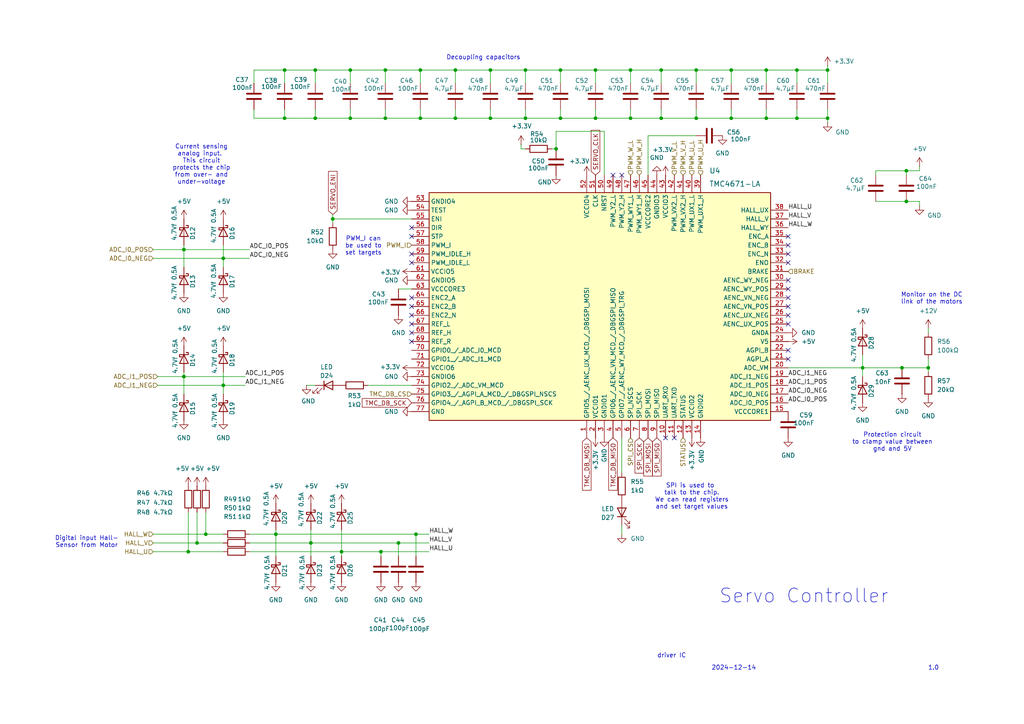
<source format=kicad_sch>
(kicad_sch (version 20231120) (generator "eeschema") (generator_version "8.0")
  (paper "A4")
  (junction (at 111.76 20.32))
  (junction (at 64.77 74.93))
  (junction (at 101.6 20.32))
  (junction (at 82.55 34.29))
  (junction (at 57.15 157.48))
  (junction (at 269.24 106.68))
  (junction (at 91.44 20.32))
  (junction (at 132.08 34.29))
  (junction (at 191.77 34.29))
  (junction (at 82.55 20.32))
  (junction (at 212.09 20.32))
  (junction (at 120.65 154.94))
  (junction (at 182.88 34.29))
  (junction (at 115.57 157.48))
  (junction (at 231.14 34.29))
  (junction (at 191.77 20.32))
  (junction (at 53.34 109.22))
  (junction (at 53.34 72.39))
  (junction (at 182.88 20.32))
  (junction (at 121.92 20.32))
  (junction (at 152.4 34.29))
  (junction (at 240.03 34.29))
  (junction (at 222.25 34.29))
  (junction (at 162.56 20.32))
  (junction (at 54.61 160.02))
  (junction (at 101.6 34.29))
  (junction (at 162.56 34.29))
  (junction (at 172.72 34.29))
  (junction (at 110.49 160.02))
  (junction (at 99.06 160.02))
  (junction (at 172.72 20.32))
  (junction (at 262.89 49.53))
  (junction (at 64.77 111.76))
  (junction (at 240.03 20.32))
  (junction (at 80.01 154.94))
  (junction (at 201.93 20.32))
  (junction (at 212.09 34.29))
  (junction (at 90.17 157.48))
  (junction (at 121.92 34.29))
  (junction (at 132.08 20.32))
  (junction (at 161.29 43.18))
  (junction (at 261.62 106.68))
  (junction (at 231.14 20.32))
  (junction (at 96.52 63.5))
  (junction (at 201.93 34.29))
  (junction (at 250.19 106.68))
  (junction (at 111.76 34.29))
  (junction (at 142.24 20.32))
  (junction (at 152.4 20.32))
  (junction (at 262.89 58.42))
  (junction (at 91.44 34.29))
  (junction (at 59.69 154.94))
  (junction (at 222.25 20.32))
  (junction (at 142.24 34.29))
  (no_connect (at 119.38 66.04))
  (no_connect (at 228.6 93.98))
  (no_connect (at 228.6 68.58))
  (no_connect (at 228.6 73.66))
  (no_connect (at 228.6 81.28))
  (no_connect (at 177.8 50.8))
  (no_connect (at 228.6 104.14))
  (no_connect (at 119.38 76.2))
  (no_connect (at 228.6 88.9))
  (no_connect (at 193.04 127))
  (no_connect (at 119.38 86.36))
  (no_connect (at 228.6 91.44))
  (no_connect (at 119.38 96.52))
  (no_connect (at 195.58 127))
  (no_connect (at 119.38 68.58))
  (no_connect (at 119.38 93.98))
  (no_connect (at 119.38 99.06))
  (no_connect (at 119.38 88.9))
  (no_connect (at 228.6 101.6))
  (no_connect (at 228.6 83.82))
  (no_connect (at 228.6 86.36))
  (no_connect (at 119.38 73.66))
  (no_connect (at 228.6 76.2))
  (no_connect (at 228.6 71.12))
  (no_connect (at 180.34 50.8))
  (no_connect (at 119.38 91.44))
  (wire (pts (xy 91.44 31.75) (xy 91.44 34.29)))
  (wire (pts (xy 101.6 20.32) (xy 101.6 24.13)))
  (wire (pts (xy 82.55 20.32) (xy 82.55 24.13)))
  (wire (pts (xy 201.93 34.29) (xy 191.77 34.29)))
  (wire (pts (xy 115.57 157.48) (xy 124.46 157.48)))
  (wire (pts (xy 120.65 154.94) (xy 120.65 161.29)))
  (wire (pts (xy 132.08 20.32) (xy 132.08 24.13)))
  (wire (pts (xy 180.34 154.94) (xy 180.34 152.4)))
  (wire (pts (xy 250.19 106.68) (xy 250.19 109.22)))
  (wire (pts (xy 53.34 109.22) (xy 71.12 109.22)))
  (wire (pts (xy 240.03 35.56) (xy 240.03 34.29)))
  (wire (pts (xy 45.72 111.76) (xy 64.77 111.76)))
  (wire (pts (xy 99.06 153.67) (xy 99.06 160.02)))
  (wire (pts (xy 180.34 127) (xy 180.34 137.16)))
  (wire (pts (xy 261.62 106.68) (xy 269.24 106.68)))
  (wire (pts (xy 182.88 20.32) (xy 182.88 24.13)))
  (wire (pts (xy 121.92 20.32) (xy 111.76 20.32)))
  (wire (pts (xy 269.24 107.95) (xy 269.24 106.68)))
  (wire (pts (xy 132.08 34.29) (xy 121.92 34.29)))
  (wire (pts (xy 99.06 160.02) (xy 110.49 160.02)))
  (wire (pts (xy 191.77 20.32) (xy 191.77 24.13)))
  (wire (pts (xy 45.72 109.22) (xy 53.34 109.22)))
  (wire (pts (xy 222.25 20.32) (xy 222.25 24.13)))
  (wire (pts (xy 54.61 160.02) (xy 64.77 160.02)))
  (wire (pts (xy 175.26 38.1) (xy 175.26 50.8)))
  (wire (pts (xy 101.6 31.75) (xy 101.6 34.29)))
  (wire (pts (xy 96.52 63.5) (xy 119.38 63.5)))
  (wire (pts (xy 121.92 31.75) (xy 121.92 34.29)))
  (wire (pts (xy 110.49 161.29) (xy 110.49 160.02)))
  (wire (pts (xy 172.72 31.75) (xy 172.72 34.29)))
  (wire (pts (xy 160.02 43.18) (xy 161.29 43.18)))
  (wire (pts (xy 266.7 48.26) (xy 266.7 49.53)))
  (wire (pts (xy 96.52 63.5) (xy 96.52 64.77)))
  (wire (pts (xy 266.7 49.53) (xy 262.89 49.53)))
  (wire (pts (xy 111.76 20.32) (xy 101.6 20.32)))
  (wire (pts (xy 152.4 34.29) (xy 142.24 34.29)))
  (wire (pts (xy 142.24 31.75) (xy 142.24 34.29)))
  (wire (pts (xy 121.92 34.29) (xy 111.76 34.29)))
  (wire (pts (xy 82.55 31.75) (xy 82.55 34.29)))
  (wire (pts (xy 111.76 34.29) (xy 101.6 34.29)))
  (wire (pts (xy 44.45 74.93) (xy 64.77 74.93)))
  (wire (pts (xy 191.77 20.32) (xy 182.88 20.32)))
  (wire (pts (xy 269.24 95.25) (xy 269.24 96.52)))
  (wire (pts (xy 44.45 157.48) (xy 57.15 157.48)))
  (wire (pts (xy 72.39 154.94) (xy 80.01 154.94)))
  (wire (pts (xy 250.19 106.68) (xy 261.62 106.68)))
  (wire (pts (xy 91.44 20.32) (xy 91.44 24.13)))
  (wire (pts (xy 191.77 34.29) (xy 182.88 34.29)))
  (wire (pts (xy 54.61 148.59) (xy 54.61 160.02)))
  (wire (pts (xy 64.77 111.76) (xy 64.77 107.95)))
  (wire (pts (xy 201.93 20.32) (xy 201.93 24.13)))
  (wire (pts (xy 222.25 20.32) (xy 212.09 20.32)))
  (wire (pts (xy 64.77 111.76) (xy 71.12 111.76)))
  (wire (pts (xy 152.4 34.29) (xy 162.56 34.29)))
  (wire (pts (xy 240.03 31.75) (xy 240.03 34.29)))
  (wire (pts (xy 101.6 20.32) (xy 91.44 20.32)))
  (wire (pts (xy 161.29 38.1) (xy 161.29 43.18)))
  (wire (pts (xy 90.17 153.67) (xy 90.17 157.48)))
  (wire (pts (xy 64.77 111.76) (xy 64.77 114.3)))
  (wire (pts (xy 80.01 154.94) (xy 80.01 161.29)))
  (wire (pts (xy 152.4 20.32) (xy 152.4 24.13)))
  (wire (pts (xy 80.01 153.67) (xy 80.01 154.94)))
  (wire (pts (xy 187.96 50.8) (xy 187.96 39.37)))
  (wire (pts (xy 187.96 39.37) (xy 201.93 39.37)))
  (wire (pts (xy 44.45 160.02) (xy 54.61 160.02)))
  (wire (pts (xy 231.14 20.32) (xy 231.14 24.13)))
  (wire (pts (xy 53.34 72.39) (xy 72.39 72.39)))
  (wire (pts (xy 90.17 157.48) (xy 90.17 161.29)))
  (wire (pts (xy 172.72 20.32) (xy 162.56 20.32)))
  (wire (pts (xy 59.69 148.59) (xy 59.69 154.94)))
  (wire (pts (xy 111.76 31.75) (xy 111.76 34.29)))
  (wire (pts (xy 222.25 34.29) (xy 212.09 34.29)))
  (wire (pts (xy 64.77 74.93) (xy 72.39 74.93)))
  (wire (pts (xy 240.03 20.32) (xy 240.03 24.13)))
  (wire (pts (xy 82.55 20.32) (xy 73.66 20.32)))
  (wire (pts (xy 53.34 109.22) (xy 53.34 107.95)))
  (wire (pts (xy 262.89 49.53) (xy 254 49.53)))
  (wire (pts (xy 231.14 20.32) (xy 222.25 20.32)))
  (wire (pts (xy 90.17 157.48) (xy 115.57 157.48)))
  (wire (pts (xy 228.6 106.68) (xy 250.19 106.68)))
  (wire (pts (xy 121.92 20.32) (xy 121.92 24.13)))
  (wire (pts (xy 111.76 20.32) (xy 111.76 24.13)))
  (wire (pts (xy 99.06 160.02) (xy 99.06 161.29)))
  (wire (pts (xy 80.01 154.94) (xy 120.65 154.94)))
  (wire (pts (xy 142.24 20.32) (xy 142.24 24.13)))
  (wire (pts (xy 91.44 20.32) (xy 82.55 20.32)))
  (wire (pts (xy 222.25 34.29) (xy 231.14 34.29)))
  (wire (pts (xy 182.88 34.29) (xy 172.72 34.29)))
  (wire (pts (xy 201.93 31.75) (xy 201.93 34.29)))
  (wire (pts (xy 59.69 154.94) (xy 64.77 154.94)))
  (wire (pts (xy 212.09 31.75) (xy 212.09 34.29)))
  (wire (pts (xy 151.13 43.18) (xy 152.4 43.18)))
  (wire (pts (xy 73.66 20.32) (xy 73.66 24.13)))
  (wire (pts (xy 151.13 43.18) (xy 151.13 41.91)))
  (wire (pts (xy 152.4 31.75) (xy 152.4 34.29)))
  (wire (pts (xy 106.68 111.76) (xy 119.38 111.76)))
  (wire (pts (xy 110.49 160.02) (xy 124.46 160.02)))
  (wire (pts (xy 64.77 74.93) (xy 64.77 71.12)))
  (wire (pts (xy 82.55 34.29) (xy 73.66 34.29)))
  (wire (pts (xy 142.24 34.29) (xy 132.08 34.29)))
  (wire (pts (xy 115.57 83.82) (xy 119.38 83.82)))
  (wire (pts (xy 254 49.53) (xy 254 50.8)))
  (wire (pts (xy 240.03 20.32) (xy 231.14 20.32)))
  (wire (pts (xy 53.34 72.39) (xy 53.34 77.47)))
  (wire (pts (xy 57.15 157.48) (xy 64.77 157.48)))
  (wire (pts (xy 91.44 34.29) (xy 82.55 34.29)))
  (wire (pts (xy 269.24 104.14) (xy 269.24 106.68)))
  (wire (pts (xy 254 58.42) (xy 262.89 58.42)))
  (wire (pts (xy 44.45 72.39) (xy 53.34 72.39)))
  (wire (pts (xy 72.39 160.02) (xy 99.06 160.02)))
  (wire (pts (xy 88.9 111.76) (xy 91.44 111.76)))
  (wire (pts (xy 212.09 20.32) (xy 212.09 24.13)))
  (wire (pts (xy 72.39 157.48) (xy 90.17 157.48)))
  (wire (pts (xy 44.45 154.94) (xy 59.69 154.94)))
  (wire (pts (xy 57.15 148.59) (xy 57.15 157.48)))
  (wire (pts (xy 53.34 109.22) (xy 53.34 114.3)))
  (wire (pts (xy 262.89 49.53) (xy 262.89 50.8)))
  (wire (pts (xy 266.7 58.42) (xy 262.89 58.42)))
  (wire (pts (xy 182.88 31.75) (xy 182.88 34.29)))
  (wire (pts (xy 266.7 59.69) (xy 266.7 58.42)))
  (wire (pts (xy 162.56 20.32) (xy 152.4 20.32)))
  (wire (pts (xy 101.6 34.29) (xy 91.44 34.29)))
  (wire (pts (xy 191.77 31.75) (xy 191.77 34.29)))
  (wire (pts (xy 212.09 34.29) (xy 201.93 34.29)))
  (wire (pts (xy 115.57 157.48) (xy 115.57 161.29)))
  (wire (pts (xy 96.52 62.23) (xy 96.52 63.5)))
  (wire (pts (xy 142.24 20.32) (xy 132.08 20.32)))
  (wire (pts (xy 162.56 20.32) (xy 162.56 24.13)))
  (wire (pts (xy 182.88 20.32) (xy 172.72 20.32)))
  (wire (pts (xy 172.72 20.32) (xy 172.72 24.13)))
  (wire (pts (xy 250.19 102.87) (xy 250.19 106.68)))
  (wire (pts (xy 172.72 34.29) (xy 162.56 34.29)))
  (wire (pts (xy 152.4 20.32) (xy 142.24 20.32)))
  (wire (pts (xy 162.56 31.75) (xy 162.56 34.29)))
  (wire (pts (xy 132.08 20.32) (xy 121.92 20.32)))
  (wire (pts (xy 64.77 74.93) (xy 64.77 77.47)))
  (wire (pts (xy 175.26 38.1) (xy 161.29 38.1)))
  (wire (pts (xy 231.14 31.75) (xy 231.14 34.29)))
  (wire (pts (xy 231.14 34.29) (xy 240.03 34.29)))
  (wire (pts (xy 132.08 31.75) (xy 132.08 34.29)))
  (wire (pts (xy 212.09 20.32) (xy 201.93 20.32)))
  (wire (pts (xy 222.25 31.75) (xy 222.25 34.29)))
  (wire (pts (xy 53.34 72.39) (xy 53.34 71.12)))
  (wire (pts (xy 201.93 20.32) (xy 191.77 20.32)))
  (wire (pts (xy 120.65 154.94) (xy 124.46 154.94)))
  (wire (pts (xy 73.66 31.75) (xy 73.66 34.29)))
  (wire (pts (xy 240.03 19.05) (xy 240.03 20.32)))
  (text "Monitor on the DC\nlink of the motors" (at 270.256 86.614 0) (effects (font (size 1.27 1.27))))
  (text "Servo Controller" (at 233.172 172.974 0) (effects (font (size 4 4))))
  (text "driver IC" (at 194.818 190.246 0) (effects (font (size 1.27 1.27))))
  (text "Current sensing\nanalog input. \nThis circuit\nprotects the chip\nfrom over- and\nunder-voltage" (at 58.42 47.752 0) (effects (font (size 1.27 1.27))))
  (text "Decoupling capacitors\n" (at 140.208 16.764 0) (effects (font (size 1.27 1.27))))
  (text "2024-12-14" (at 212.852 193.802 0) (effects (font (size 1.27 1.27))))
  (text "Protection circuit\nto clamp value between\ngnd and 5V" (at 258.826 128.27 0) (effects (font (size 1.27 1.27))))
  (text "SPI is used to \ntalk to the chip.\nWe can read registers\nand set target values" (at 200.66 144.018 0) (effects (font (size 1.27 1.27))))
  (text "1.0" (at 270.764 193.802 0) (effects (font (size 1.27 1.27))))
  (text "PWM_I can\nbe used to\nset targets" (at 105.41 71.374 0) (effects (font (size 1.27 1.27))))
  (text "Digital input Hall-\nSensor from Motor" (at 25.146 157.226 0) (effects (font (size 1.27 1.27))))
  (label "HALL_V" (at 228.6 63.5 0))
  (label "ADC_I0_NEG" (at 72.39 74.93 0))
  (label "ADC_I1_POS" (at 228.6 111.76 0))
  (label "HALL_V" (at 124.46 157.48 0))
  (label "ADC_I0_NEG" (at 228.6 114.3 0))
  (label "ADC_I1_NEG" (at 228.6 109.22 0))
  (label "HALL_W" (at 228.6 66.04 0))
  (label "ADC_I1_NEG" (at 71.12 111.76 0))
  (label "ADC_I1_POS" (at 71.12 109.22 0))
  (label "HALL_U" (at 124.46 160.02 0))
  (label "HALL_U" (at 228.6 60.96 0))
  (label "ADC_I0_POS" (at 72.39 72.39 0))
  (label "ADC_I0_POS" (at 228.6 116.84 0))
  (label "HALL_W" (at 124.46 154.94 0))
  (global_label "TMC_DB_SCK" (shape input) (at 119.38 116.84 180) (property "Intersheetrefs" "${INTERSHEET_REFS}" (effects (hide yes))))
  (global_label "SPI_SCK" (shape input) (at 185.42 127 270) (property "Intersheetrefs" "${INTERSHEET_REFS}" (effects (hide yes))))
  (global_label "SERVO_CLK" (shape input) (at 172.72 50.8 90) (property "Intersheetrefs" "${INTERSHEET_REFS}" (effects (hide yes))))
  (global_label "SPI_MISO" (shape input) (at 190.5 127 270) (property "Intersheetrefs" "${INTERSHEET_REFS}" (effects (hide yes))))
  (global_label "TMC_DB_MOSI" (shape input) (at 170.18 127 270) (property "Intersheetrefs" "${INTERSHEET_REFS}" (effects (hide yes))))
  (global_label "SPI_MOSI" (shape input) (at 187.96 127 270) (property "Intersheetrefs" "${INTERSHEET_REFS}" (effects (hide yes))))
  (global_label "SERVO_ENI" (shape input) (at 96.52 62.23 90) (property "Intersheetrefs" "${INTERSHEET_REFS}" (effects (hide yes))))
  (global_label "TMC_DB_MISO" (shape input) (at 177.8 127 270) (property "Intersheetrefs" "${INTERSHEET_REFS}" (effects (hide yes))))
  (hierarchical_label "ADC_I0_POS" (shape input) (at 44.45 72.39 180))
  (hierarchical_label "ADC_I1_POS" (shape input) (at 45.72 109.22 180))
  (hierarchical_label "PWM_U_L" (shape input) (at 200.66 50.8 90))
  (hierarchical_label "PWM_V_H" (shape input) (at 198.12 50.8 90))
  (hierarchical_label "SPI_CS" (shape input) (at 182.88 127 270))
  (hierarchical_label "HALL_U" (shape input) (at 44.45 160.02 180))
  (hierarchical_label "ADC_I1_NEG" (shape input) (at 45.72 111.76 180))
  (hierarchical_label "PWM_V_L" (shape input) (at 195.58 50.8 90))
  (hierarchical_label "PWM_I" (shape input) (at 119.38 71.12 180))
  (hierarchical_label "PWM_W_H" (shape input) (at 185.42 50.8 90))
  (hierarchical_label "PWM_W_L" (shape input) (at 182.88 50.8 90))
  (hierarchical_label "ADC_I0_NEG" (shape input) (at 44.45 74.93 180))
  (hierarchical_label "BRAKE" (shape input) (at 228.6 78.74 0))
  (hierarchical_label "TMC_DB_CS" (shape input) (at 119.38 114.3 180))
  (hierarchical_label "STATUS" (shape input) (at 198.12 127 270))
  (hierarchical_label "PWM_U_H" (shape input) (at 203.2 50.8 90))
  (hierarchical_label "HALL_W" (shape input) (at 44.45 154.94 180))
  (hierarchical_label "HALL_V" (shape input) (at 44.45 157.48 180))
  (symbol (lib_id "power:GND") (at 240.03 35.56 0) (unit 1)
    (property "Reference" "#PWR0126" (effects (hide yes)))
    (property "Value" "GND" (at 244.348 38.354 0))
    (property "Description" "Power symbol creates a global label with name \"GND\" , ground" (effects (hide yes)))
    (instances (project "motordriver" (path "" (reference "#PWR0126") (unit 1)) (path "" (reference "#PWR0281") (unit 1)) (path "" (reference "#PWR0205") (unit 1))))
  )
  (symbol (lib_id "power:GND") (at 64.77 121.92 0) (unit 1)
    (property "Reference" "#PWR091" (effects (hide yes)))
    (property "Value" "GND" (at 64.77 127 0))
    (property "Description" "Power symbol creates a global label with name \"GND\" , ground" (effects (hide yes)))
    (instances (project "motordriver" (path "" (reference "#PWR091") (unit 1)) (path "" (reference "#PWR0246") (unit 1)) (path "" (reference "#PWR0170") (unit 1))))
  )
  (symbol (lib_id "power:GND") (at 96.52 72.39 0) (mirror y) (unit 1)
    (property "Reference" "#PWR097" (effects (hide yes)))
    (property "Value" "GND" (at 96.52 77.47 0))
    (property "Description" "Power symbol creates a global label with name \"GND\" , ground" (effects (hide yes)))
    (instances (project "motordriver" (path "" (reference "#PWR097") (unit 1)) (path "" (reference "#PWR0252") (unit 1)) (path "" (reference "#PWR0176") (unit 1))))
  )
  (symbol (lib_id "Device:C") (at 172.72 27.94 180) (unit 1)
    (property "Reference" "C52" (at 170.688 23.368 0) (effects (justify left)))
    (property "Value" "4.7µF" (at 172.212 25.654 0) (effects (justify left)))
    (property "Footprint" "Capacitor_SMD:C_0603_1608Metric" (effects (hide yes)))
    (property "Description" "Unpolarized capacitor" (effects (hide yes)))
    (instances (project "motordriver" (path "" (reference "C52") (unit 1)) (path "" (reference "C133") (unit 1)) (path "" (reference "C96") (unit 1))))
  )
  (symbol (lib_id "Device:C") (at 142.24 27.94 180) (unit 1)
    (property "Reference" "C48" (at 140.208 23.368 0) (effects (justify left)))
    (property "Value" "470nF" (at 141.732 25.654 0) (effects (justify left)))
    (property "Footprint" "Capacitor_SMD:C_0603_1608Metric" (effects (hide yes)))
    (property "Description" "Unpolarized capacitor" (effects (hide yes)))
    (instances (project "motordriver" (path "" (reference "C48") (unit 1)) (path "" (reference "C129") (unit 1)) (path "" (reference "C92") (unit 1))))
  )
  (symbol (lib_id "Device:D_Schottky") (at 90.17 165.1 270) (unit 1)
    (property "Reference" "D23" (at 92.71 163.5124 0) (effects (justify left)))
    (property "Value" "4.7Vf 0.5A" (at 87.63 161.036 0) (effects (justify left)))
    (property "Footprint" "kuben-footprints:DIOC1709X85N" (effects (hide yes)))
    (property "Description" "Schottky diode" (effects (hide yes)))
    (property "Height" "0.85" (effects (hide yes)))
    (property "Mouser Part Number" "750-CDBU0520" (effects (hide yes)))
    (property "Mouser Price/Stock" "https://www.mouser.co.uk/ProductDetail/Comchip-Technology/CDBU0520?qs=QrYNfmA0esYvGSGDalbccA%3D%3D" (effects (hide yes)))
    (property "Manufacturer_Name" "Comchip Technology" (effects (hide yes)))
    (property "Manufacturer_Part_Number" "CDBU0520" (effects (hide yes)))
    (instances (project "motordriver" (path "" (reference "D23") (unit 1)) (path "" (reference "D68") (unit 1)) (path "" (reference "D46") (unit 1))))
  )
  (symbol (lib_id "power:+5V") (at 90.17 146.05 0) (unit 1)
    (property "Reference" "#PWR095" (effects (hide yes)))
    (property "Value" "+5V" (at 90.17 140.97 0))
    (property "Description" "Power symbol creates a global label with name \"+5V\"" (effects (hide yes)))
    (instances (project "motordriver" (path "" (reference "#PWR095") (unit 1)) (path "" (reference "#PWR0250") (unit 1)) (path "" (reference "#PWR0174") (unit 1))))
  )
  (symbol (lib_id "Device:C") (at 101.6 27.94 0) (mirror x) (unit 1)
    (property "Reference" "C40" (at 96.774 23.622 0) (effects (justify left)))
    (property "Value" "100nF" (at 96.012 25.908 0) (effects (justify left)))
    (property "Footprint" "Capacitor_SMD:C_0603_1608Metric" (effects (hide yes)))
    (property "Description" "Unpolarized capacitor" (effects (hide yes)))
    (instances (project "motordriver" (path "" (reference "C40") (unit 1)) (path "" (reference "C121") (unit 1)) (path "" (reference "C84") (unit 1))))
  )
  (symbol (lib_id "Device:R") (at 59.69 144.78 0) (unit 1)
    (property "Reference" "R48" (at 39.624 148.59 0) (effects (justify left)))
    (property "Value" "4.7kΩ" (at 44.45 148.59 0) (effects (justify left)))
    (property "Footprint" "Resistor_SMD:R_0603_1608Metric" (effects (hide yes)))
    (property "Description" "Resistor" (effects (hide yes)))
    (instances (project "motordriver" (path "" (reference "R48") (unit 1)) (path "" (reference "R92") (unit 1)) (path "" (reference "R66") (unit 1))))
  )
  (symbol (lib_id "Device:D_Schottky") (at 53.34 67.31 270) (unit 1)
    (property "Reference" "D12" (at 55.88 65.7224 0) (effects (justify left)))
    (property "Value" "4.7Vf 0.5A" (at 50.546 59.69 0) (effects (justify left)))
    (property "Footprint" "kuben-footprints:DIOC1709X85N" (effects (hide yes)))
    (property "Description" "Schottky diode" (effects (hide yes)))
    (property "Height" "0.85" (effects (hide yes)))
    (property "Mouser Part Number" "750-CDBU0520" (effects (hide yes)))
    (property "Mouser Price/Stock" "https://www.mouser.co.uk/ProductDetail/Comchip-Technology/CDBU0520?qs=QrYNfmA0esYvGSGDalbccA%3D%3D" (effects (hide yes)))
    (property "Manufacturer_Name" "Comchip Technology" (effects (hide yes)))
    (property "Manufacturer_Part_Number" "CDBU0520" (effects (hide yes)))
    (instances (project "motordriver" (path "" (reference "D12") (unit 1)) (path "" (reference "D57") (unit 1)) (path "" (reference "D35") (unit 1))))
  )
  (symbol (lib_id "power:+5V") (at 228.6 99.06 270) (unit 1)
    (property "Reference" "#PWR0123" (effects (hide yes)))
    (property "Value" "+5V" (at 232.41 99.0599 90) (effects (justify left)))
    (property "Description" "Power symbol creates a global label with name \"+5V\"" (effects (hide yes)))
    (instances (project "motordriver" (path "" (reference "#PWR0123") (unit 1)) (path "" (reference "#PWR0278") (unit 1)) (path "" (reference "#PWR0202") (unit 1))))
  )
  (symbol (lib_id "power:GND") (at 119.38 81.28 270) (unit 1)
    (property "Reference" "#PWR0106" (effects (hide yes)))
    (property "Value" "GND" (at 115.57 81.2799 90) (effects (justify right)))
    (property "Description" "Power symbol creates a global label with name \"GND\" , ground" (effects (hide yes)))
    (instances (project "motordriver" (path "" (reference "#PWR0106") (unit 1)) (path "" (reference "#PWR0261") (unit 1)) (path "" (reference "#PWR0185") (unit 1))))
  )
  (symbol (lib_id "Device:C") (at 120.65 165.1 180) (unit 1)
    (property "Reference" "C45" (at 123.444 179.832 0) (effects (justify left)))
    (property "Value" "100pF" (at 124.714 182.372 0) (effects (justify left)))
    (property "Footprint" "Capacitor_SMD:C_0603_1608Metric" (effects (hide yes)))
    (property "Description" "Unpolarized capacitor" (effects (hide yes)))
    (instances (project "motordriver" (path "" (reference "C45") (unit 1)) (path "" (reference "C126") (unit 1)) (path "" (reference "C89") (unit 1))))
  )
  (symbol (lib_id "power:GND") (at 88.9 111.76 0) (unit 1)
    (property "Reference" "#PWR094" (effects (hide yes)))
    (property "Value" "GND" (at 87.376 116.332 0) (effects (justify left)))
    (property "Description" "Power symbol creates a global label with name \"GND\" , ground" (effects (hide yes)))
    (instances (project "motordriver" (path "" (reference "#PWR094") (unit 1)) (path "" (reference "#PWR0249") (unit 1)) (path "" (reference "#PWR0173") (unit 1))))
  )
  (symbol (lib_id "Device:D_Schottky") (at 53.34 104.14 270) (unit 1)
    (property "Reference" "D14" (at 55.88 102.5524 0) (effects (justify left)))
    (property "Value" "4.7Vf 0.5A" (at 50.8 98.298 0) (effects (justify left)))
    (property "Footprint" "kuben-footprints:DIOC1709X85N" (effects (hide yes)))
    (property "Description" "Schottky diode" (effects (hide yes)))
    (property "Height" "0.85" (effects (hide yes)))
    (property "Mouser Part Number" "750-CDBU0520" (effects (hide yes)))
    (property "Mouser Price/Stock" "https://www.mouser.co.uk/ProductDetail/Comchip-Technology/CDBU0520?qs=QrYNfmA0esYvGSGDalbccA%3D%3D" (effects (hide yes)))
    (property "Manufacturer_Name" "Comchip Technology" (effects (hide yes)))
    (property "Manufacturer_Part_Number" "CDBU0520" (effects (hide yes)))
    (instances (project "motordriver" (path "" (reference "D14") (unit 1)) (path "" (reference "D59") (unit 1)) (path "" (reference "D37") (unit 1))))
  )
  (symbol (lib_id "Device:C") (at 121.92 27.94 180) (unit 1)
    (property "Reference" "C46" (at 119.888 23.368 0) (effects (justify left)))
    (property "Value" "100nF" (at 121.412 25.654 0) (effects (justify left)))
    (property "Footprint" "Capacitor_SMD:C_0603_1608Metric" (effects (hide yes)))
    (property "Description" "Unpolarized capacitor" (effects (hide yes)))
    (instances (project "motordriver" (path "" (reference "C46") (unit 1)) (path "" (reference "C127") (unit 1)) (path "" (reference "C90") (unit 1))))
  )
  (symbol (lib_id "Device:D_Schottky") (at 64.77 67.31 270) (unit 1)
    (property "Reference" "D16" (at 67.31 65.7224 0) (effects (justify left)))
    (property "Value" "4.7Vf 0.5A" (at 61.976 60.452 0) (effects (justify left)))
    (property "Footprint" "kuben-footprints:DIOC1709X85N" (effects (hide yes)))
    (property "Description" "Schottky diode" (effects (hide yes)))
    (property "Height" "0.85" (effects (hide yes)))
    (property "Mouser Part Number" "750-CDBU0520" (effects (hide yes)))
    (property "Mouser Price/Stock" "https://www.mouser.co.uk/ProductDetail/Comchip-Technology/CDBU0520?qs=QrYNfmA0esYvGSGDalbccA%3D%3D" (effects (hide yes)))
    (property "Manufacturer_Name" "Comchip Technology" (effects (hide yes)))
    (property "Manufacturer_Part_Number" "CDBU0520" (effects (hide yes)))
    (instances (project "motordriver" (path "" (reference "D16") (unit 1)) (path "" (reference "D61") (unit 1)) (path "" (reference "D39") (unit 1))))
  )
  (symbol (lib_id "Device:D_Schottky") (at 250.19 113.03 270) (unit 1)
    (property "Reference" "D29" (at 252.73 111.4424 0) (effects (justify left)))
    (property "Value" "4.7Vf 0.5A" (at 247.65 108.966 0) (effects (justify left)))
    (property "Footprint" "kuben-footprints:DIOC1709X85N" (effects (hide yes)))
    (property "Description" "Schottky diode" (effects (hide yes)))
    (property "Height" "0.85" (effects (hide yes)))
    (property "Mouser Part Number" "750-CDBU0520" (effects (hide yes)))
    (property "Mouser Price/Stock" "https://www.mouser.co.uk/ProductDetail/Comchip-Technology/CDBU0520?qs=QrYNfmA0esYvGSGDalbccA%3D%3D" (effects (hide yes)))
    (property "Manufacturer_Name" "Comchip Technology" (effects (hide yes)))
    (property "Manufacturer_Part_Number" "CDBU0520" (effects (hide yes)))
    (instances (project "motordriver" (path "" (reference "D29") (unit 1)) (path "" (reference "D74") (unit 1)) (path "" (reference "D52") (unit 1))))
  )
  (symbol (lib_id "power:GND") (at 53.34 85.09 0) (unit 1)
    (property "Reference" "#PWR082" (effects (hide yes)))
    (property "Value" "GND" (at 53.34 90.17 0))
    (property "Description" "Power symbol creates a global label with name \"GND\" , ground" (effects (hide yes)))
    (instances (project "motordriver" (path "" (reference "#PWR082") (unit 1)) (path "" (reference "#PWR0237") (unit 1)) (path "" (reference "#PWR0161") (unit 1))))
  )
  (symbol (lib_id "Device:C") (at 205.74 39.37 270) (unit 1)
    (property "Reference" "C56" (at 210.82 38.354 90) (effects (justify left)))
    (property "Value" "100nF" (at 211.836 40.386 90) (effects (justify left)))
    (property "Footprint" "Capacitor_SMD:C_0603_1608Metric" (effects (hide yes)))
    (property "Description" "Unpolarized capacitor" (effects (hide yes)))
    (instances (project "motordriver" (path "" (reference "C56") (unit 1)) (path "" (reference "C137") (unit 1)) (path "" (reference "C100") (unit 1))))
  )
  (symbol (lib_id "power:GND") (at 115.57 168.91 0) (unit 1)
    (property "Reference" "#PWR0102" (effects (hide yes)))
    (property "Value" "GND" (at 115.57 173.99 0))
    (property "Description" "Power symbol creates a global label with name \"GND\" , ground" (effects (hide yes)))
    (instances (project "motordriver" (path "" (reference "#PWR0102") (unit 1)) (path "" (reference "#PWR0257") (unit 1)) (path "" (reference "#PWR0181") (unit 1))))
  )
  (symbol (lib_id "power:GND") (at 119.38 109.22 270) (unit 1)
    (property "Reference" "#PWR0108" (effects (hide yes)))
    (property "Value" "GND" (at 115.57 109.2199 90) (effects (justify right)))
    (property "Description" "Power symbol creates a global label with name \"GND\" , ground" (effects (hide yes)))
    (instances (project "motordriver" (path "" (reference "#PWR0108") (unit 1)) (path "" (reference "#PWR0263") (unit 1)) (path "" (reference "#PWR0187") (unit 1))))
  )
  (symbol (lib_id "power:GND") (at 175.26 127 0) (unit 1)
    (property "Reference" "#PWR0115" (effects (hide yes)))
    (property "Value" "GND" (at 175.26 132.08 90))
    (property "Description" "Power symbol creates a global label with name \"GND\" , ground" (effects (hide yes)))
    (instances (project "motordriver" (path "" (reference "#PWR0115") (unit 1)) (path "" (reference "#PWR0270") (unit 1)) (path "" (reference "#PWR0194") (unit 1))))
  )
  (symbol (lib_id "Device:C") (at 161.29 46.99 0) (unit 1)
    (property "Reference" "C50" (at 154.178 46.736 0) (effects (justify left)))
    (property "Value" "100nF" (at 153.162 48.768 0) (effects (justify left)))
    (property "Footprint" "Capacitor_SMD:C_0603_1608Metric" (effects (hide yes)))
    (property "Description" "Unpolarized capacitor" (effects (hide yes)))
    (instances (project "motordriver" (path "" (reference "C50") (unit 1)) (path "" (reference "C131") (unit 1)) (path "" (reference "C94") (unit 1))))
  )
  (symbol (lib_id "Device:R") (at 54.61 144.78 0) (unit 1)
    (property "Reference" "R46" (at 39.624 143.002 0) (effects (justify left)))
    (property "Value" "4.7kΩ" (at 44.45 143.002 0) (effects (justify left)))
    (property "Footprint" "Resistor_SMD:R_0603_1608Metric" (effects (hide yes)))
    (property "Description" "Resistor" (effects (hide yes)))
    (instances (project "motordriver" (path "" (reference "R46") (unit 1)) (path "" (reference "R90") (unit 1)) (path "" (reference "R64") (unit 1))))
  )
  (symbol (lib_id "power:GND") (at 110.49 168.91 0) (unit 1)
    (property "Reference" "#PWR0100" (effects (hide yes)))
    (property "Value" "GND" (at 110.49 173.99 0))
    (property "Description" "Power symbol creates a global label with name \"GND\" , ground" (effects (hide yes)))
    (instances (project "motordriver" (path "" (reference "#PWR0100") (unit 1)) (path "" (reference "#PWR0255") (unit 1)) (path "" (reference "#PWR0179") (unit 1))))
  )
  (symbol (lib_id "Device:D_Schottky") (at 250.19 99.06 270) (unit 1)
    (property "Reference" "D28" (at 252.73 97.4724 0) (effects (justify left)))
    (property "Value" "4.7Vf 0.5A" (at 247.65 94.996 0) (effects (justify left)))
    (property "Footprint" "kuben-footprints:DIOC1709X85N" (effects (hide yes)))
    (property "Description" "Schottky diode" (effects (hide yes)))
    (property "Height" "0.85" (effects (hide yes)))
    (property "Mouser Part Number" "750-CDBU0520" (effects (hide yes)))
    (property "Mouser Price/Stock" "https://www.mouser.co.uk/ProductDetail/Comchip-Technology/CDBU0520?qs=QrYNfmA0esYvGSGDalbccA%3D%3D" (effects (hide yes)))
    (property "Manufacturer_Name" "Comchip Technology" (effects (hide yes)))
    (property "Manufacturer_Part_Number" "CDBU0520" (effects (hide yes)))
    (instances (project "motordriver" (path "" (reference "D28") (unit 1)) (path "" (reference "D73") (unit 1)) (path "" (reference "D51") (unit 1))))
  )
  (symbol (lib_id "power:+5V") (at 54.61 140.97 0) (unit 1)
    (property "Reference" "#PWR085" (effects (hide yes)))
    (property "Value" "+5V" (at 52.832 135.89 0))
    (property "Description" "Power symbol creates a global label with name \"+5V\"" (effects (hide yes)))
    (instances (project "motordriver" (path "" (reference "#PWR085") (unit 1)) (path "" (reference "#PWR0240") (unit 1)) (path "" (reference "#PWR0164") (unit 1))))
  )
  (symbol (lib_id "Device:C") (at 182.88 27.94 180) (unit 1)
    (property "Reference" "C53" (at 180.848 23.368 0) (effects (justify left)))
    (property "Value" "470nF" (at 182.372 25.654 0) (effects (justify left)))
    (property "Footprint" "Capacitor_SMD:C_0603_1608Metric" (effects (hide yes)))
    (property "Description" "Unpolarized capacitor" (effects (hide yes)))
    (instances (project "motordriver" (path "" (reference "C53") (unit 1)) (path "" (reference "C134") (unit 1)) (path "" (reference "C97") (unit 1))))
  )
  (symbol (lib_id "Device:R") (at 156.21 43.18 270) (unit 1)
    (property "Reference" "R54" (at 155.702 38.862 90))
    (property "Value" "10kΩ" (at 156.21 40.64 90))
    (property "Footprint" "Resistor_SMD:R_0603_1608Metric" (effects (hide yes)))
    (property "Description" "Resistor" (effects (hide yes)))
    (instances (project "motordriver" (path "" (reference "R54") (unit 1)) (path "" (reference "R98") (unit 1)) (path "" (reference "R72") (unit 1))))
  )
  (symbol (lib_id "Device:C") (at 222.25 27.94 180) (unit 1)
    (property "Reference" "C58" (at 220.218 23.368 0) (effects (justify left)))
    (property "Value" "470nF" (at 221.742 25.654 0) (effects (justify left)))
    (property "Footprint" "Capacitor_SMD:C_0603_1608Metric" (effects (hide yes)))
    (property "Description" "Unpolarized capacitor" (effects (hide yes)))
    (instances (project "motordriver" (path "" (reference "C58") (unit 1)) (path "" (reference "C139") (unit 1)) (path "" (reference "C102") (unit 1))))
  )
  (symbol (lib_id "Device:C") (at 82.55 27.94 180) (unit 1)
    (property "Reference" "C38" (at 80.518 23.368 0) (effects (justify left)))
    (property "Value" "100nF" (at 81.788 25.146 0) (effects (justify left)))
    (property "Footprint" "Capacitor_SMD:C_0603_1608Metric" (effects (hide yes)))
    (property "Description" "Unpolarized capacitor" (effects (hide yes)))
    (instances (project "motordriver" (path "" (reference "C38") (unit 1)) (path "" (reference "C119") (unit 1)) (path "" (reference "C82") (unit 1))))
  )
  (symbol (lib_id "power:GND") (at 250.19 116.84 0) (unit 1)
    (property "Reference" "#PWR0128" (effects (hide yes)))
    (property "Value" "GND" (at 250.19 121.92 0))
    (property "Description" "Power symbol creates a global label with name \"GND\" , ground" (effects (hide yes)))
    (instances (project "motordriver" (path "" (reference "#PWR0128") (unit 1)) (path "" (reference "#PWR0283") (unit 1)) (path "" (reference "#PWR0207") (unit 1))))
  )
  (symbol (lib_id "power:+5V") (at 59.69 140.97 0) (unit 1)
    (property "Reference" "#PWR087" (effects (hide yes)))
    (property "Value" "+5V" (at 61.722 135.89 0))
    (property "Description" "Power symbol creates a global label with name \"+5V\"" (effects (hide yes)))
    (instances (project "motordriver" (path "" (reference "#PWR087") (unit 1)) (path "" (reference "#PWR0242") (unit 1)) (path "" (reference "#PWR0166") (unit 1))))
  )
  (symbol (lib_id "Device:R") (at 68.58 157.48 90) (unit 1)
    (property "Reference" "R50" (at 66.802 147.32 90))
    (property "Value" "1kΩ" (at 70.866 147.32 90))
    (property "Footprint" "Resistor_SMD:R_0603_1608Metric" (effects (hide yes)))
    (property "Description" "Resistor" (effects (hide yes)))
    (instances (project "motordriver" (path "" (reference "R50") (unit 1)) (path "" (reference "R94") (unit 1)) (path "" (reference "R68") (unit 1))))
  )
  (symbol (lib_id "power:+5V") (at 80.01 146.05 0) (unit 1)
    (property "Reference" "#PWR092" (effects (hide yes)))
    (property "Value" "+5V" (at 80.01 140.97 0))
    (property "Description" "Power symbol creates a global label with name \"+5V\"" (effects (hide yes)))
    (instances (project "motordriver" (path "" (reference "#PWR092") (unit 1)) (path "" (reference "#PWR0247") (unit 1)) (path "" (reference "#PWR0171") (unit 1))))
  )
  (symbol (lib_id "Device:C") (at 212.09 27.94 180) (unit 1)
    (property "Reference" "C57" (at 210.058 23.368 0) (effects (justify left)))
    (property "Value" "4.7µF" (at 211.582 25.654 0) (effects (justify left)))
    (property "Footprint" "Capacitor_SMD:C_0603_1608Metric" (effects (hide yes)))
    (property "Description" "Unpolarized capacitor" (effects (hide yes)))
    (instances (project "motordriver" (path "" (reference "C57") (unit 1)) (path "" (reference "C138") (unit 1)) (path "" (reference "C101") (unit 1))))
  )
  (symbol (lib_id "Device:C") (at 91.44 27.94 180) (unit 1)
    (property "Reference" "C39" (at 89.154 23.114 0) (effects (justify left)))
    (property "Value" "100nF" (at 90.17 25.146 0) (effects (justify left)))
    (property "Footprint" "Capacitor_SMD:C_0603_1608Metric" (effects (hide yes)))
    (property "Description" "Unpolarized capacitor" (effects (hide yes)))
    (instances (project "motordriver" (path "" (reference "C39") (unit 1)) (path "" (reference "C120") (unit 1)) (path "" (reference "C83") (unit 1))))
  )
  (symbol (lib_id "Device:D_Schottky") (at 64.77 118.11 270) (unit 1)
    (property "Reference" "D19" (at 67.31 116.5224 0) (effects (justify left)))
    (property "Value" "4.7Vf 0.5A" (at 62.23 114.046 0) (effects (justify left)))
    (property "Footprint" "kuben-footprints:DIOC1709X85N" (effects (hide yes)))
    (property "Description" "Schottky diode" (effects (hide yes)))
    (property "Height" "0.85" (effects (hide yes)))
    (property "Mouser Part Number" "750-CDBU0520" (effects (hide yes)))
    (property "Mouser Price/Stock" "https://www.mouser.co.uk/ProductDetail/Comchip-Technology/CDBU0520?qs=QrYNfmA0esYvGSGDalbccA%3D%3D" (effects (hide yes)))
    (property "Manufacturer_Name" "Comchip Technology" (effects (hide yes)))
    (property "Manufacturer_Part_Number" "CDBU0520" (effects (hide yes)))
    (instances (project "motordriver" (path "" (reference "D19") (unit 1)) (path "" (reference "D64") (unit 1)) (path "" (reference "D42") (unit 1))))
  )
  (symbol (lib_id "power:GND") (at 119.38 119.38 270) (unit 1)
    (property "Reference" "#PWR0109" (effects (hide yes)))
    (property "Value" "GND" (at 115.57 119.3799 90) (effects (justify right)))
    (property "Description" "Power symbol creates a global label with name \"GND\" , ground" (effects (hide yes)))
    (instances (project "motordriver" (path "" (reference "#PWR0109") (unit 1)) (path "" (reference "#PWR0264") (unit 1)) (path "" (reference "#PWR0188") (unit 1))))
  )
  (symbol (lib_id "Device:R") (at 269.24 111.76 0) (unit 1)
    (property "Reference" "R57" (at 271.78 110.4899 0) (effects (justify left)))
    (property "Value" "20kΩ" (at 271.78 113.0299 0) (effects (justify left)))
    (property "Footprint" "Resistor_SMD:R_0603_1608Metric" (effects (hide yes)))
    (property "Description" "Resistor" (effects (hide yes)))
    (instances (project "motordriver" (path "" (reference "R57") (unit 1)) (path "" (reference "R101") (unit 1)) (path "" (reference "R75") (unit 1))))
  )
  (symbol (lib_id "Device:D_Schottky") (at 80.01 165.1 270) (unit 1)
    (property "Reference" "D21" (at 82.55 163.5124 0) (effects (justify left)))
    (property "Value" "4.7Vf 0.5A" (at 77.47 161.036 0) (effects (justify left)))
    (property "Footprint" "kuben-footprints:DIOC1709X85N" (effects (hide yes)))
    (property "Description" "Schottky diode" (effects (hide yes)))
    (property "Height" "0.85" (effects (hide yes)))
    (property "Mouser Part Number" "750-CDBU0520" (effects (hide yes)))
    (property "Mouser Price/Stock" "https://www.mouser.co.uk/ProductDetail/Comchip-Technology/CDBU0520?qs=QrYNfmA0esYvGSGDalbccA%3D%3D" (effects (hide yes)))
    (property "Manufacturer_Name" "Comchip Technology" (effects (hide yes)))
    (property "Manufacturer_Part_Number" "CDBU0520" (effects (hide yes)))
    (instances (project "motordriver" (path "" (reference "D21") (unit 1)) (path "" (reference "D66") (unit 1)) (path "" (reference "D44") (unit 1))))
  )
  (symbol (lib_id "power:+5V") (at 53.34 100.33 0) (unit 1)
    (property "Reference" "#PWR083" (effects (hide yes)))
    (property "Value" "+5V" (at 53.34 95.25 0))
    (property "Description" "Power symbol creates a global label with name \"+5V\"" (effects (hide yes)))
    (instances (project "motordriver" (path "" (reference "#PWR083") (unit 1)) (path "" (reference "#PWR0238") (unit 1)) (path "" (reference "#PWR0162") (unit 1))))
  )
  (symbol (lib_id "Device:R") (at 96.52 68.58 0) (mirror y) (unit 1)
    (property "Reference" "R52" (at 93.98 67.3099 0) (effects (justify left)))
    (property "Value" "10kΩ" (at 93.98 69.8499 0) (effects (justify left)))
    (property "Footprint" "Resistor_SMD:R_0603_1608Metric" (effects (hide yes)))
    (property "Description" "Resistor" (effects (hide yes)))
    (instances (project "motordriver" (path "" (reference "R52") (unit 1)) (path "" (reference "R96") (unit 1)) (path "" (reference "R70") (unit 1))))
  )
  (symbol (lib_id "power:GND") (at 261.62 114.3 0) (unit 1)
    (property "Reference" "#PWR0129" (effects (hide yes)))
    (property "Value" "GND" (at 261.62 119.38 0))
    (property "Description" "Power symbol creates a global label with name \"GND\" , ground" (effects (hide yes)))
    (instances (project "motordriver" (path "" (reference "#PWR0129") (unit 1)) (path "" (reference "#PWR0284") (unit 1)) (path "" (reference "#PWR0208") (unit 1))))
  )
  (symbol (lib_id "power:GND") (at 203.2 127 0) (unit 1)
    (property "Reference" "#PWR0120" (effects (hide yes)))
    (property "Value" "GND" (at 203.454 132.334 90))
    (property "Description" "Power symbol creates a global label with name \"GND\" , ground" (effects (hide yes)))
    (instances (project "motordriver" (path "" (reference "#PWR0120") (unit 1)) (path "" (reference "#PWR0275") (unit 1)) (path "" (reference "#PWR0199") (unit 1))))
  )
  (symbol (lib_id "power:GND") (at 90.17 168.91 0) (unit 1)
    (property "Reference" "#PWR096" (effects (hide yes)))
    (property "Value" "GND" (at 90.17 173.99 0))
    (property "Description" "Power symbol creates a global label with name \"GND\" , ground" (effects (hide yes)))
    (instances (project "motordriver" (path "" (reference "#PWR096") (unit 1)) (path "" (reference "#PWR0251") (unit 1)) (path "" (reference "#PWR0175") (unit 1))))
  )
  (symbol (lib_id "power:+3.3V") (at 200.66 127 180) (unit 1)
    (property "Reference" "#PWR0119" (effects (hide yes)))
    (property "Value" "+3.3V" (at 200.66 130.556 90) (effects (justify left)))
    (property "Description" "Power symbol creates a global label with name \"+3.3V\"" (effects (hide yes)))
    (instances (project "motordriver" (path "" (reference "#PWR0119") (unit 1)) (path "" (reference "#PWR0274") (unit 1)) (path "" (reference "#PWR0198") (unit 1))))
  )
  (symbol (lib_id "Device:C") (at 111.76 27.94 180) (unit 1)
    (property "Reference" "C42" (at 109.982 23.368 0) (effects (justify left)))
    (property "Value" "100nF" (at 111.506 25.654 0) (effects (justify left)))
    (property "Footprint" "Capacitor_SMD:C_0603_1608Metric" (effects (hide yes)))
    (property "Description" "Unpolarized capacitor" (effects (hide yes)))
    (instances (project "motordriver" (path "" (reference "C42") (unit 1)) (path "" (reference "C123") (unit 1)) (path "" (reference "C86") (unit 1))))
  )
  (symbol (lib_id "power:+5V") (at 250.19 95.25 0) (unit 1)
    (property "Reference" "#PWR0127" (effects (hide yes)))
    (property "Value" "+5V" (at 250.19 90.17 0))
    (property "Description" "Power symbol creates a global label with name \"+5V\"" (effects (hide yes)))
    (instances (project "motordriver" (path "" (reference "#PWR0127") (unit 1)) (path "" (reference "#PWR0282") (unit 1)) (path "" (reference "#PWR0206") (unit 1))))
  )
  (symbol (lib_id "Device:D_Schottky") (at 99.06 149.86 270) (unit 1)
    (property "Reference" "D25" (at 101.6 148.2724 0) (effects (justify left)))
    (property "Value" "4.7Vf 0.5A" (at 96.52 143.256 0) (effects (justify left)))
    (property "Footprint" "kuben-footprints:DIOC1709X85N" (effects (hide yes)))
    (property "Description" "Schottky diode" (effects (hide yes)))
    (property "Height" "0.85" (effects (hide yes)))
    (property "Mouser Part Number" "750-CDBU0520" (effects (hide yes)))
    (property "Mouser Price/Stock" "https://www.mouser.co.uk/ProductDetail/Comchip-Technology/CDBU0520?qs=QrYNfmA0esYvGSGDalbccA%3D%3D" (effects (hide yes)))
    (property "Manufacturer_Name" "Comchip Technology" (effects (hide yes)))
    (property "Manufacturer_Part_Number" "CDBU0520" (effects (hide yes)))
    (instances (project "motordriver" (path "" (reference "D25") (unit 1)) (path "" (reference "D70") (unit 1)) (path "" (reference "D48") (unit 1))))
  )
  (symbol (lib_id "power:GND") (at 53.34 121.92 0) (unit 1)
    (property "Reference" "#PWR084" (effects (hide yes)))
    (property "Value" "GND" (at 53.34 127 0))
    (property "Description" "Power symbol creates a global label with name \"GND\" , ground" (effects (hide yes)))
    (instances (project "motordriver" (path "" (reference "#PWR084") (unit 1)) (path "" (reference "#PWR0239") (unit 1)) (path "" (reference "#PWR0163") (unit 1))))
  )
  (symbol (lib_id "Device:C") (at 262.89 54.61 0) (mirror x) (unit 1)
    (property "Reference" "C64" (at 266.446 51.816 0) (effects (justify left)))
    (property "Value" "100nF" (at 265.684 54.102 0) (effects (justify left)))
    (property "Footprint" "Capacitor_SMD:C_0603_1608Metric" (effects (hide yes)))
    (property "Description" "Unpolarized capacitor" (effects (hide yes)))
    (instances (project "motordriver" (path "" (reference "C64") (unit 1)) (path "" (reference "C145") (unit 1)) (path "" (reference "C108") (unit 1))))
  )
  (symbol (lib_id "power:GND") (at 228.6 96.52 90) (unit 1)
    (property "Reference" "#PWR0122" (effects (hide yes)))
    (property "Value" "GND" (at 232.41 96.5199 90) (effects (justify right)))
    (property "Description" "Power symbol creates a global label with name \"GND\" , ground" (effects (hide yes)))
    (instances (project "motordriver" (path "" (reference "#PWR0122") (unit 1)) (path "" (reference "#PWR0277") (unit 1)) (path "" (reference "#PWR0201") (unit 1))))
  )
  (symbol (lib_id "Device:LED") (at 95.25 111.76 0) (unit 1)
    (property "Reference" "D24" (at 94.742 108.966 0))
    (property "Value" "LED" (at 94.742 106.426 0))
    (property "Footprint" "Diode_SMD:D_0603_1608Metric" (effects (hide yes)))
    (property "Description" "Light emitting diode" (effects (hide yes)))
    (instances (project "motordriver" (path "" (reference "D24") (unit 1)) (path "" (reference "D69") (unit 1)) (path "" (reference "D47") (unit 1))))
  )
  (symbol (lib_id "power:+5V") (at 64.77 63.5 0) (unit 1)
    (property "Reference" "#PWR088" (effects (hide yes)))
    (property "Value" "+5V" (at 64.77 58.42 0))
    (property "Description" "Power symbol creates a global label with name \"+5V\"" (effects (hide yes)))
    (instances (project "motordriver" (path "" (reference "#PWR088") (unit 1)) (path "" (reference "#PWR0243") (unit 1)) (path "" (reference "#PWR0167") (unit 1))))
  )
  (symbol (lib_id "Device:C") (at 115.57 165.1 180) (unit 1)
    (property "Reference" "C44" (at 117.348 179.832 0) (effects (justify left)))
    (property "Value" "100pF" (at 118.872 182.118 0) (effects (justify left)))
    (property "Footprint" "Capacitor_SMD:C_0603_1608Metric" (effects (hide yes)))
    (property "Description" "Unpolarized capacitor" (effects (hide yes)))
    (instances (project "motordriver" (path "" (reference "C44") (unit 1)) (path "" (reference "C125") (unit 1)) (path "" (reference "C88") (unit 1))))
  )
  (symbol (lib_id "Device:R") (at 68.58 160.02 90) (unit 1)
    (property "Reference" "R51" (at 66.802 149.86 90))
    (property "Value" "1kΩ" (at 70.866 149.86 90))
    (property "Footprint" "Resistor_SMD:R_0603_1608Metric" (effects (hide yes)))
    (property "Description" "Resistor" (effects (hide yes)))
    (instances (project "motordriver" (path "" (reference "R51") (unit 1)) (path "" (reference "R95") (unit 1)) (path "" (reference "R69") (unit 1))))
  )
  (symbol (lib_id "power:GND") (at 190.5 50.8 180) (unit 1)
    (property "Reference" "#PWR0117" (effects (hide yes)))
    (property "Value" "GND" (at 190.5 45.72 0))
    (property "Description" "Power symbol creates a global label with name \"GND\" , ground" (effects (hide yes)))
    (instances (project "motordriver" (path "" (reference "#PWR0117") (unit 1)) (path "" (reference "#PWR0272") (unit 1)) (path "" (reference "#PWR0196") (unit 1))))
  )
  (symbol (lib_id "power:GND") (at 266.7 59.69 0) (unit 1)
    (property "Reference" "#PWR0131" (effects (hide yes)))
    (property "Value" "GND" (at 271.018 62.484 0))
    (property "Description" "Power symbol creates a global label with name \"GND\" , ground" (effects (hide yes)))
    (instances (project "motordriver" (path "" (reference "#PWR0131") (unit 1)) (path "" (reference "#PWR0286") (unit 1)) (path "" (reference "#PWR0210") (unit 1))))
  )
  (symbol (lib_id "Device:C") (at 191.77 27.94 180) (unit 1)
    (property "Reference" "C54" (at 189.738 23.368 0) (effects (justify left)))
    (property "Value" "4.7µF" (at 191.262 25.654 0) (effects (justify left)))
    (property "Footprint" "Capacitor_SMD:C_0603_1608Metric" (effects (hide yes)))
    (property "Description" "Unpolarized capacitor" (effects (hide yes)))
    (instances (project "motordriver" (path "" (reference "C54") (unit 1)) (path "" (reference "C135") (unit 1)) (path "" (reference "C98") (unit 1))))
  )
  (symbol (lib_id "power:+12V") (at 269.24 95.25 0) (unit 1)
    (property "Reference" "#PWR0132" (effects (hide yes)))
    (property "Value" "+12V" (at 269.24 90.17 0))
    (property "Description" "Power symbol creates a global label with name \"+12V\"" (effects (hide yes)))
    (instances (project "motordriver" (path "" (reference "#PWR0132") (unit 1)) (path "" (reference "#PWR0287") (unit 1)) (path "" (reference "#PWR0211") (unit 1))))
  )
  (symbol (lib_id "power:GND") (at 161.29 50.8 0) (unit 1)
    (property "Reference" "#PWR0112" (effects (hide yes)))
    (property "Value" "GND" (at 157.988 52.832 0))
    (property "Description" "Power symbol creates a global label with name \"GND\" , ground" (effects (hide yes)))
    (instances (project "motordriver" (path "" (reference "#PWR0112") (unit 1)) (path "" (reference "#PWR0267") (unit 1)) (path "" (reference "#PWR0191") (unit 1))))
  )
  (symbol (lib_id "Device:C") (at 201.93 27.94 180) (unit 1)
    (property "Reference" "C55" (at 199.898 23.368 0) (effects (justify left)))
    (property "Value" "470nF" (at 201.422 25.654 0) (effects (justify left)))
    (property "Footprint" "Capacitor_SMD:C_0603_1608Metric" (effects (hide yes)))
    (property "Description" "Unpolarized capacitor" (effects (hide yes)))
    (instances (project "motordriver" (path "" (reference "C55") (unit 1)) (path "" (reference "C136") (unit 1)) (path "" (reference "C99") (unit 1))))
  )
  (symbol (lib_id "Device:C") (at 261.62 110.49 180) (unit 1)
    (property "Reference" "C63" (at 257.81 108.204 0) (effects (justify left)))
    (property "Value" "10nF" (at 258.572 110.744 0) (effects (justify left)))
    (property "Footprint" "Capacitor_SMD:C_0603_1608Metric" (effects (hide yes)))
    (property "Description" "Unpolarized capacitor" (effects (hide yes)))
    (instances (project "motordriver" (path "" (reference "C63") (unit 1)) (path "" (reference "C144") (unit 1)) (path "" (reference "C107") (unit 1))))
  )
  (symbol (lib_id "Device:C") (at 231.14 27.94 180) (unit 1)
    (property "Reference" "C60" (at 229.108 23.368 0) (effects (justify left)))
    (property "Value" "4.7µF" (at 230.632 25.654 0) (effects (justify left)))
    (property "Footprint" "Capacitor_SMD:C_0603_1608Metric" (effects (hide yes)))
    (property "Description" "Unpolarized capacitor" (effects (hide yes)))
    (instances (project "motordriver" (path "" (reference "C60") (unit 1)) (path "" (reference "C141") (unit 1)) (path "" (reference "C104") (unit 1))))
  )
  (symbol (lib_id "Device:R") (at 57.15 144.78 0) (unit 1)
    (property "Reference" "R47" (at 39.624 145.796 0) (effects (justify left)))
    (property "Value" "4.7kΩ" (at 44.45 145.796 0) (effects (justify left)))
    (property "Footprint" "Resistor_SMD:R_0603_1608Metric" (effects (hide yes)))
    (property "Description" "Resistor" (effects (hide yes)))
    (instances (project "motordriver" (path "" (reference "R47") (unit 1)) (path "" (reference "R91") (unit 1)) (path "" (reference "R65") (unit 1))))
  )
  (symbol (lib_id "power:+3.3V") (at 119.38 106.68 90) (unit 1)
    (property "Reference" "#PWR0107" (effects (hide yes)))
    (property "Value" "+3.3V" (at 116.078 106.426 90) (effects (justify left)))
    (property "Description" "Power symbol creates a global label with name \"+3.3V\"" (effects (hide yes)))
    (instances (project "motordriver" (path "" (reference "#PWR0107") (unit 1)) (path "" (reference "#PWR0262") (unit 1)) (path "" (reference "#PWR0186") (unit 1))))
  )
  (symbol (lib_id "power:GND") (at 228.6 127 0) (unit 1)
    (property "Reference" "#PWR0124" (effects (hide yes)))
    (property "Value" "GND" (at 228.6 132.08 0))
    (property "Description" "Power symbol creates a global label with name \"GND\" , ground" (effects (hide yes)))
    (instances (project "motordriver" (path "" (reference "#PWR0124") (unit 1)) (path "" (reference "#PWR0279") (unit 1)) (path "" (reference "#PWR0203") (unit 1))))
  )
  (symbol (lib_id "Device:LED") (at 180.34 148.59 90) (unit 1)
    (property "Reference" "D27" (at 176.276 150.114 90))
    (property "Value" "LED" (at 176.276 147.574 90))
    (property "Footprint" "Diode_SMD:D_0603_1608Metric" (effects (hide yes)))
    (property "Description" "Light emitting diode" (effects (hide yes)))
    (instances (project "motordriver" (path "" (reference "D27") (unit 1)) (path "" (reference "D72") (unit 1)) (path "" (reference "D50") (unit 1))))
  )
  (symbol (lib_id "Device:D_Schottky") (at 64.77 104.14 270) (unit 1)
    (property "Reference" "D18" (at 67.31 102.5524 0) (effects (justify left)))
    (property "Value" "4.7Vf 0.5A" (at 62.23 98.298 0) (effects (justify left)))
    (property "Footprint" "kuben-footprints:DIOC1709X85N" (effects (hide yes)))
    (property "Description" "Schottky diode" (effects (hide yes)))
    (property "Height" "0.85" (effects (hide yes)))
    (property "Mouser Part Number" "750-CDBU0520" (effects (hide yes)))
    (property "Mouser Price/Stock" "https://www.mouser.co.uk/ProductDetail/Comchip-Technology/CDBU0520?qs=QrYNfmA0esYvGSGDalbccA%3D%3D" (effects (hide yes)))
    (property "Manufacturer_Name" "Comchip Technology" (effects (hide yes)))
    (property "Manufacturer_Part_Number" "CDBU0520" (effects (hide yes)))
    (instances (project "motordriver" (path "" (reference "D18") (unit 1)) (path "" (reference "D63") (unit 1)) (path "" (reference "D41") (unit 1))))
  )
  (symbol (lib_id "power:GND") (at 209.55 39.37 0) (unit 1)
    (property "Reference" "#PWR0121" (effects (hide yes)))
    (property "Value" "GND" (at 209.55 44.45 0))
    (property "Description" "Power symbol creates a global label with name \"GND\" , ground" (effects (hide yes)))
    (instances (project "motordriver" (path "" (reference "#PWR0121") (unit 1)) (path "" (reference "#PWR0276") (unit 1)) (path "" (reference "#PWR0200") (unit 1))))
  )
  (symbol (lib_id "Device:D_Schottky") (at 53.34 118.11 270) (unit 1)
    (property "Reference" "D15" (at 55.88 116.5224 0) (effects (justify left)))
    (property "Value" "4.7Vf 0.5A" (at 50.8 114.046 0) (effects (justify left)))
    (property "Footprint" "kuben-footprints:DIOC1709X85N" (effects (hide yes)))
    (property "Description" "Schottky diode" (effects (hide yes)))
    (property "Height" "0.85" (effects (hide yes)))
    (property "Mouser Part Number" "750-CDBU0520" (effects (hide yes)))
    (property "Mouser Price/Stock" "https://www.mouser.co.uk/ProductDetail/Comchip-Technology/CDBU0520?qs=QrYNfmA0esYvGSGDalbccA%3D%3D" (effects (hide yes)))
    (property "Manufacturer_Name" "Comchip Technology" (effects (hide yes)))
    (property "Manufacturer_Part_Number" "CDBU0520" (effects (hide yes)))
    (instances (project "motordriver" (path "" (reference "D15") (unit 1)) (path "" (reference "D60") (unit 1)) (path "" (reference "D38") (unit 1))))
  )
  (symbol (lib_id "power:+3.3V") (at 193.04 50.8 0) (unit 1)
    (property "Reference" "#PWR0118" (effects (hide yes)))
    (property "Value" "+3.3V" (at 189.23 43.434 0) (effects (justify left)))
    (property "Description" "Power symbol creates a global label with name \"+3.3V\"" (effects (hide yes)))
    (instances (project "motordriver" (path "" (reference "#PWR0118") (unit 1)) (path "" (reference "#PWR0273") (unit 1)) (path "" (reference "#PWR0197") (unit 1))))
  )
  (symbol (lib_id "Device:C") (at 110.49 165.1 180) (unit 1)
    (property "Reference" "C41" (at 112.268 179.832 0) (effects (justify left)))
    (property "Value" "100pF" (at 113.03 182.372 0) (effects (justify left)))
    (property "Footprint" "Capacitor_SMD:C_0603_1608Metric" (effects (hide yes)))
    (property "Description" "Unpolarized capacitor" (effects (hide yes)))
    (instances (project "motordriver" (path "" (reference "C41") (unit 1)) (path "" (reference "C122") (unit 1)) (path "" (reference "C85") (unit 1))))
  )
  (symbol (lib_id "Device:C") (at 254 54.61 180) (unit 1)
    (property "Reference" "C62" (at 250.444 52.324 0) (effects (justify left)))
    (property "Value" "4.7µF" (at 250.952 54.61 0) (effects (justify left)))
    (property "Footprint" "Capacitor_SMD:C_0603_1608Metric" (effects (hide yes)))
    (property "Description" "Unpolarized capacitor" (effects (hide yes)))
    (instances (project "motordriver" (path "" (reference "C62") (unit 1)) (path "" (reference "C143") (unit 1)) (path "" (reference "C106") (unit 1))))
  )
  (symbol (lib_id "TMC4671-LA:TMC4671-LA") (at 170.18 127 90) (unit 1)
    (property "Reference" "U4" (at 205.702 49.53 90) (effects (font (size 1.524 1.524)) (justify right)))
    (property "Value" "TMC4671-LA" (at 205.702 53.34 90) (effects (font (size 1.524 1.524)) (justify right)))
    (property "Footprint" "QFN40P1050X650X90-77N" (effects (hide yes)))
    (property "Datasheet" "https://www.analog.com/TMC4671/datasheet" (effects (hide yes)))
    (property "Description" "Fully integrated servo controller, providing Field Oriented Control for BLDC/PMSM and 2-phase Stepper Motors as well as DC motors and voice coils." (effects (hide yes)))
    (property "Height" "0.9" (effects (hide yes)))
    (property "Mouser Part Number" "700-TMC4671-LA" (effects (hide yes)))
    (property "Mouser Price/Stock" "https://www.mouser.co.uk/ProductDetail/ADI-Trinamic/TMC4671-LA?qs=TiOZkKH1s2Q5Kur6316zpQ%3D%3D" (effects (hide yes)))
    (property "Manufacturer_Name" "Analog Devices" (effects (hide yes)))
    (property "Manufacturer_Part_Number" "TMC4671-LA" (effects (hide yes)))
    (instances (project "motordriver" (path "" (reference "U4") (unit 1)) (path "" (reference "U7") (unit 1)) (path "" (reference "U6") (unit 1))))
  )
  (symbol (lib_id "Device:C") (at 240.03 27.94 180) (unit 1)
    (property "Reference" "C61" (at 237.998 23.368 0) (effects (justify left)))
    (property "Value" "470nF" (at 239.522 25.654 0) (effects (justify left)))
    (property "Footprint" "Capacitor_SMD:C_0603_1608Metric" (effects (hide yes)))
    (property "Description" "Unpolarized capacitor" (effects (hide yes)))
    (instances (project "motordriver" (path "" (reference "C61") (unit 1)) (path "" (reference "C142") (unit 1)) (path "" (reference "C105") (unit 1))))
  )
  (symbol (lib_id "power:GND") (at 115.57 91.44 0) (unit 1)
    (property "Reference" "#PWR0101" (effects (hide yes)))
    (property "Value" "GND" (at 115.57 96.52 0))
    (property "Description" "Power symbol creates a global label with name \"GND\" , ground" (effects (hide yes)))
    (instances (project "motordriver" (path "" (reference "#PWR0101") (unit 1)) (path "" (reference "#PWR0256") (unit 1)) (path "" (reference "#PWR0180") (unit 1))))
  )
  (symbol (lib_id "Device:C") (at 132.08 27.94 180) (unit 1)
    (property "Reference" "C47" (at 130.048 23.368 0) (effects (justify left)))
    (property "Value" "4.7µF" (at 131.572 25.654 0) (effects (justify left)))
    (property "Footprint" "Capacitor_SMD:C_0603_1608Metric" (effects (hide yes)))
    (property "Description" "Unpolarized capacitor" (effects (hide yes)))
    (instances (project "motordriver" (path "" (reference "C47") (unit 1)) (path "" (reference "C128") (unit 1)) (path "" (reference "C91") (unit 1))))
  )
  (symbol (lib_id "power:GND") (at 119.38 58.42 270) (unit 1)
    (property "Reference" "#PWR0103" (effects (hide yes)))
    (property "Value" "GND" (at 115.57 58.4199 90) (effects (justify right)))
    (property "Description" "Power symbol creates a global label with name \"GND\" , ground" (effects (hide yes)))
    (instances (project "motordriver" (path "" (reference "#PWR0103") (unit 1)) (path "" (reference "#PWR0258") (unit 1)) (path "" (reference "#PWR0182") (unit 1))))
  )
  (symbol (lib_id "power:GND") (at 80.01 168.91 0) (unit 1)
    (property "Reference" "#PWR093" (effects (hide yes)))
    (property "Value" "GND" (at 80.01 173.99 0))
    (property "Description" "Power symbol creates a global label with name \"GND\" , ground" (effects (hide yes)))
    (instances (project "motordriver" (path "" (reference "#PWR093") (unit 1)) (path "" (reference "#PWR0248") (unit 1)) (path "" (reference "#PWR0172") (unit 1))))
  )
  (symbol (lib_id "Device:R") (at 68.58 154.94 90) (unit 1)
    (property "Reference" "R49" (at 66.802 144.78 90))
    (property "Value" "1kΩ" (at 70.866 144.78 90))
    (property "Footprint" "Resistor_SMD:R_0603_1608Metric" (effects (hide yes)))
    (property "Description" "Resistor" (effects (hide yes)))
    (instances (project "motordriver" (path "" (reference "R49") (unit 1)) (path "" (reference "R93") (unit 1)) (path "" (reference "R67") (unit 1))))
  )
  (symbol (lib_id "power:+5V") (at 64.77 100.33 0) (unit 1)
    (property "Reference" "#PWR090" (effects (hide yes)))
    (property "Value" "+5V" (at 64.77 95.25 0))
    (property "Description" "Power symbol creates a global label with name \"+5V\"" (effects (hide yes)))
    (instances (project "motordriver" (path "" (reference "#PWR090") (unit 1)) (path "" (reference "#PWR0245") (unit 1)) (path "" (reference "#PWR0169") (unit 1))))
  )
  (symbol (lib_id "power:+5V") (at 53.34 63.5 0) (unit 1)
    (property "Reference" "#PWR081" (effects (hide yes)))
    (property "Value" "+5V" (at 53.34 58.42 0))
    (property "Description" "Power symbol creates a global label with name \"+5V\"" (effects (hide yes)))
    (instances (project "motordriver" (path "" (reference "#PWR081") (unit 1)) (path "" (reference "#PWR0236") (unit 1)) (path "" (reference "#PWR0160") (unit 1))))
  )
  (symbol (lib_id "power:+5V") (at 266.7 48.26 0) (unit 1)
    (property "Reference" "#PWR0130" (effects (hide yes)))
    (property "Value" "+5V" (at 266.7 43.18 0))
    (property "Description" "Power symbol creates a global label with name \"+5V\"" (effects (hide yes)))
    (instances (project "motordriver" (path "" (reference "#PWR0130") (unit 1)) (path "" (reference "#PWR0285") (unit 1)) (path "" (reference "#PWR0209") (unit 1))))
  )
  (symbol (lib_id "power:+3.3V") (at 119.38 78.74 90) (unit 1)
    (property "Reference" "#PWR0105" (effects (hide yes)))
    (property "Value" "+3.3V" (at 116.078 78.994 90) (effects (justify left)))
    (property "Description" "Power symbol creates a global label with name \"+3.3V\"" (effects (hide yes)))
    (instances (project "motordriver" (path "" (reference "#PWR0105") (unit 1)) (path "" (reference "#PWR0260") (unit 1)) (path "" (reference "#PWR0184") (unit 1))))
  )
  (symbol (lib_id "Device:R") (at 102.87 111.76 90) (unit 1)
    (property "Reference" "R53" (at 100.838 114.808 90) (effects (justify right)))
    (property "Value" "1kΩ" (at 100.838 117.348 90) (effects (justify right)))
    (property "Footprint" "Resistor_SMD:R_0603_1608Metric" (effects (hide yes)))
    (property "Description" "Resistor" (effects (hide yes)))
    (instances (project "motordriver" (path "" (reference "R53") (unit 1)) (path "" (reference "R97") (unit 1)) (path "" (reference "R71") (unit 1))))
  )
  (symbol (lib_id "Device:D_Schottky") (at 80.01 149.86 270) (unit 1)
    (property "Reference" "D20" (at 82.55 148.2724 0) (effects (justify left)))
    (property "Value" "4.7Vf 0.5A" (at 77.216 142.494 0) (effects (justify left)))
    (property "Footprint" "kuben-footprints:DIOC1709X85N" (effects (hide yes)))
    (property "Description" "Schottky diode" (effects (hide yes)))
    (property "Height" "0.85" (effects (hide yes)))
    (property "Mouser Part Number" "750-CDBU0520" (effects (hide yes)))
    (property "Mouser Price/Stock" "https://www.mouser.co.uk/ProductDetail/Comchip-Technology/CDBU0520?qs=QrYNfmA0esYvGSGDalbccA%3D%3D" (effects (hide yes)))
    (property "Manufacturer_Name" "Comchip Technology" (effects (hide yes)))
    (property "Manufacturer_Part_Number" "CDBU0520" (effects (hide yes)))
    (instances (project "motordriver" (path "" (reference "D20") (unit 1)) (path "" (reference "D65") (unit 1)) (path "" (reference "D43") (unit 1))))
  )
  (symbol (lib_id "power:+3.3V") (at 151.13 41.91 0) (unit 1)
    (property "Reference" "#PWR0111" (effects (hide yes)))
    (property "Value" "+3.3V" (at 148.336 36.576 0) (effects (justify left)))
    (property "Description" "Power symbol creates a global label with name \"+3.3V\"" (effects (hide yes)))
    (instances (project "motordriver" (path "" (reference "#PWR0111") (unit 1)) (path "" (reference "#PWR0266") (unit 1)) (path "" (reference "#PWR0190") (unit 1))))
  )
  (symbol (lib_id "power:GND") (at 269.24 115.57 0) (unit 1)
    (property "Reference" "#PWR0133" (effects (hide yes)))
    (property "Value" "GND" (at 269.24 120.65 0))
    (property "Description" "Power symbol creates a global label with name \"GND\" , ground" (effects (hide yes)))
    (instances (project "motordriver" (path "" (reference "#PWR0133") (unit 1)) (path "" (reference "#PWR0288") (unit 1)) (path "" (reference "#PWR0212") (unit 1))))
  )
  (symbol (lib_id "Device:C") (at 115.57 87.63 180) (unit 1)
    (property "Reference" "C43" (at 111.76 85.344 0) (effects (justify left)))
    (property "Value" "100nF" (at 112.776 87.63 0) (effects (justify left)))
    (property "Footprint" "Capacitor_SMD:C_0603_1608Metric" (effects (hide yes)))
    (property "Description" "Unpolarized capacitor" (effects (hide yes)))
    (instances (project "motordriver" (path "" (reference "C43") (unit 1)) (path "" (reference "C124") (unit 1)) (path "" (reference "C87") (unit 1))))
  )
  (symbol (lib_id "Device:D_Schottky") (at 90.17 149.86 270) (unit 1)
    (property "Reference" "D22" (at 92.71 148.2724 0) (effects (justify left)))
    (property "Value" "4.7Vf 0.5A" (at 87.376 142.748 0) (effects (justify left)))
    (property "Footprint" "kuben-footprints:DIOC1709X85N" (effects (hide yes)))
    (property "Description" "Schottky diode" (effects (hide yes)))
    (property "Height" "0.85" (effects (hide yes)))
    (property "Mouser Part Number" "750-CDBU0520" (effects (hide yes)))
    (property "Mouser Price/Stock" "https://www.mouser.co.uk/ProductDetail/Comchip-Technology/CDBU0520?qs=QrYNfmA0esYvGSGDalbccA%3D%3D" (effects (hide yes)))
    (property "Manufacturer_Name" "Comchip Technology" (effects (hide yes)))
    (property "Manufacturer_Part_Number" "CDBU0520" (effects (hide yes)))
    (instances (project "motordriver" (path "" (reference "D22") (unit 1)) (path "" (reference "D67") (unit 1)) (path "" (reference "D45") (unit 1))))
  )
  (symbol (lib_id "Device:R") (at 180.34 140.97 180) (unit 1)
    (property "Reference" "R55" (at 182.88 139.6999 0) (effects (justify right)))
    (property "Value" "1kΩ" (at 182.88 142.2399 0) (effects (justify right)))
    (property "Footprint" "Resistor_SMD:R_0603_1608Metric" (effects (hide yes)))
    (property "Description" "Resistor" (effects (hide yes)))
    (instances (project "motordriver" (path "" (reference "R55") (unit 1)) (path "" (reference "R99") (unit 1)) (path "" (reference "R73") (unit 1))))
  )
  (symbol (lib_id "power:+3.3V") (at 240.03 19.05 0) (unit 1)
    (property "Reference" "#PWR0125" (effects (hide yes)))
    (property "Value" "+3.3V" (at 241.808 17.78 0) (effects (justify left)))
    (property "Description" "Power symbol creates a global label with name \"+3.3V\"" (effects (hide yes)))
    (instances (project "motordriver" (path "" (reference "#PWR0125") (unit 1)) (path "" (reference "#PWR0280") (unit 1)) (path "" (reference "#PWR0204") (unit 1))))
  )
  (symbol (lib_id "power:GND") (at 99.06 168.91 0) (unit 1)
    (property "Reference" "#PWR099" (effects (hide yes)))
    (property "Value" "GND" (at 99.06 173.99 0))
    (property "Description" "Power symbol creates a global label with name \"GND\" , ground" (effects (hide yes)))
    (instances (project "motordriver" (path "" (reference "#PWR099") (unit 1)) (path "" (reference "#PWR0254") (unit 1)) (path "" (reference "#PWR0178") (unit 1))))
  )
  (symbol (lib_id "power:GND") (at 119.38 60.96 270) (unit 1)
    (property "Reference" "#PWR0104" (effects (hide yes)))
    (property "Value" "GND" (at 115.57 60.9599 90) (effects (justify right)))
    (property "Description" "Power symbol creates a global label with name \"GND\" , ground" (effects (hide yes)))
    (instances (project "motordriver" (path "" (reference "#PWR0104") (unit 1)) (path "" (reference "#PWR0259") (unit 1)) (path "" (reference "#PWR0183") (unit 1))))
  )
  (symbol (lib_id "power:GND") (at 180.34 154.94 0) (unit 1)
    (property "Reference" "#PWR0116" (effects (hide yes)))
    (property "Value" "GND" (at 182.88 156.2099 0) (effects (justify left)))
    (property "Description" "Power symbol creates a global label with name \"GND\" , ground" (effects (hide yes)))
    (instances (project "motordriver" (path "" (reference "#PWR0116") (unit 1)) (path "" (reference "#PWR0271") (unit 1)) (path "" (reference "#PWR0195") (unit 1))))
  )
  (symbol (lib_id "Device:D_Schottky") (at 99.06 165.1 270) (unit 1)
    (property "Reference" "D26" (at 101.6 163.5124 0) (effects (justify left)))
    (property "Value" "4.7Vf 0.5A" (at 96.52 161.036 0) (effects (justify left)))
    (property "Footprint" "kuben-footprints:DIOC1709X85N" (effects (hide yes)))
    (property "Description" "Schottky diode" (effects (hide yes)))
    (property "Height" "0.85" (effects (hide yes)))
    (property "Mouser Part Number" "750-CDBU0520" (effects (hide yes)))
    (property "Mouser Price/Stock" "https://www.mouser.co.uk/ProductDetail/Comchip-Technology/CDBU0520?qs=QrYNfmA0esYvGSGDalbccA%3D%3D" (effects (hide yes)))
    (property "Manufacturer_Name" "Comchip Technology" (effects (hide yes)))
    (property "Manufacturer_Part_Number" "CDBU0520" (effects (hide yes)))
    (instances (project "motordriver" (path "" (reference "D26") (unit 1)) (path "" (reference "D71") (unit 1)) (path "" (reference "D49") (unit 1))))
  )
  (symbol (lib_id "Device:D_Schottky") (at 64.77 81.28 270) (unit 1)
    (property "Reference" "D17" (at 67.31 79.6924 0) (effects (justify left)))
    (property "Value" "4.7Vf 0.5A" (at 61.976 76.454 0) (effects (justify left)))
    (property "Footprint" "kuben-footprints:DIOC1709X85N" (effects (hide yes)))
    (property "Description" "Schottky diode" (effects (hide yes)))
    (property "Height" "0.85" (effects (hide yes)))
    (property "Mouser Part Number" "750-CDBU0520" (effects (hide yes)))
    (property "Mouser Price/Stock" "https://www.mouser.co.uk/ProductDetail/Comchip-Technology/CDBU0520?qs=QrYNfmA0esYvGSGDalbccA%3D%3D" (effects (hide yes)))
    (property "Manufacturer_Name" "Comchip Technology" (effects (hide yes)))
    (property "Manufacturer_Part_Number" "CDBU0520" (effects (hide yes)))
    (instances (project "motordriver" (path "" (reference "D17") (unit 1)) (path "" (reference "D62") (unit 1)) (path "" (reference "D40") (unit 1))))
  )
  (symbol (lib_id "Device:C") (at 73.66 27.94 180) (unit 1)
    (property "Reference" "C37" (at 72.136 23.114 0) (effects (justify left)))
    (property "Value" "100nF" (at 73.406 25.4 0) (effects (justify left)))
    (property "Footprint" "Capacitor_SMD:C_0603_1608Metric" (effects (hide yes)))
    (property "Description" "Unpolarized capacitor" (effects (hide yes)))
    (instances (project "motordriver" (path "" (reference "C37") (unit 1)) (path "" (reference "C118") (unit 1)) (path "" (reference "C81") (unit 1))))
  )
  (symbol (lib_id "power:+5V") (at 57.15 140.97 0) (unit 1)
    (property "Reference" "#PWR086" (effects (hide yes)))
    (property "Value" "+5V" (at 57.15 135.89 0))
    (property "Description" "Power symbol creates a global label with name \"+5V\"" (effects (hide yes)))
    (instances (project "motordriver" (path "" (reference "#PWR086") (unit 1)) (path "" (reference "#PWR0241") (unit 1)) (path "" (reference "#PWR0165") (unit 1))))
  )
  (symbol (lib_id "Device:C") (at 228.6 123.19 180) (unit 1)
    (property "Reference" "C59" (at 235.712 120.396 0) (effects (justify left)))
    (property "Value" "100nF" (at 236.22 122.682 0) (effects (justify left)))
    (property "Footprint" "Capacitor_SMD:C_0603_1608Metric" (effects (hide yes)))
    (property "Description" "Unpolarized capacitor" (effects (hide yes)))
    (instances (project "motordriver" (path "" (reference "C59") (unit 1)) (path "" (reference "C140") (unit 1)) (path "" (reference "C103") (unit 1))))
  )
  (symbol (lib_id "power:+3.3V") (at 170.18 50.8 0) (unit 1)
    (property "Reference" "#PWR0113" (effects (hide yes)))
    (property "Value" "+3.3V" (at 165.1 46.736 0) (effects (justify left)))
    (property "Description" "Power symbol creates a global label with name \"+3.3V\"" (effects (hide yes)))
    (instances (project "motordriver" (path "" (reference "#PWR0113") (unit 1)) (path "" (reference "#PWR0268") (unit 1)) (path "" (reference "#PWR0192") (unit 1))))
  )
  (symbol (lib_id "power:GND") (at 120.65 168.91 0) (unit 1)
    (property "Reference" "#PWR0110" (effects (hide yes)))
    (property "Value" "GND" (at 120.65 173.99 0))
    (property "Description" "Power symbol creates a global label with name \"GND\" , ground" (effects (hide yes)))
    (instances (project "motordriver" (path "" (reference "#PWR0110") (unit 1)) (path "" (reference "#PWR0265") (unit 1)) (path "" (reference "#PWR0189") (unit 1))))
  )
  (symbol (lib_id "Device:C") (at 162.56 27.94 180) (unit 1)
    (property "Reference" "C51" (at 160.528 23.368 0) (effects (justify left)))
    (property "Value" "470nF" (at 162.052 25.654 0) (effects (justify left)))
    (property "Footprint" "Capacitor_SMD:C_0603_1608Metric" (effects (hide yes)))
    (property "Description" "Unpolarized capacitor" (effects (hide yes)))
    (instances (project "motordriver" (path "" (reference "C51") (unit 1)) (path "" (reference "C132") (unit 1)) (path "" (reference "C95") (unit 1))))
  )
  (symbol (lib_id "power:+5V") (at 99.06 146.05 0) (unit 1)
    (property "Reference" "#PWR098" (effects (hide yes)))
    (property "Value" "+5V" (at 99.06 140.97 0))
    (property "Description" "Power symbol creates a global label with name \"+5V\"" (effects (hide yes)))
    (instances (project "motordriver" (path "" (reference "#PWR098") (unit 1)) (path "" (reference "#PWR0253") (unit 1)) (path "" (reference "#PWR0177") (unit 1))))
  )
  (symbol (lib_id "power:+3.3V") (at 172.72 127 180) (unit 1)
    (property "Reference" "#PWR0114" (effects (hide yes)))
    (property "Value" "+3.3V" (at 172.72 130.556 90) (effects (justify left)))
    (property "Description" "Power symbol creates a global label with name \"+3.3V\"" (effects (hide yes)))
    (instances (project "motordriver" (path "" (reference "#PWR0114") (unit 1)) (path "" (reference "#PWR0269") (unit 1)) (path "" (reference "#PWR0193") (unit 1))))
  )
  (symbol (lib_id "Device:C") (at 152.4 27.94 180) (unit 1)
    (property "Reference" "C49" (at 150.368 23.368 0) (effects (justify left)))
    (property "Value" "4.7µF" (at 151.892 25.654 0) (effects (justify left)))
    (property "Footprint" "Capacitor_SMD:C_0603_1608Metric" (effects (hide yes)))
    (property "Description" "Unpolarized capacitor" (effects (hide yes)))
    (instances (project "motordriver" (path "" (reference "C49") (unit 1)) (path "" (reference "C130") (unit 1)) (path "" (reference "C93") (unit 1))))
  )
  (symbol (lib_id "Device:D_Schottky") (at 53.34 81.28 270) (unit 1)
    (property "Reference" "D13" (at 55.88 79.6924 0) (effects (justify left)))
    (property "Value" "4.7Vf 0.5A" (at 50.546 76.962 0) (effects (justify left)))
    (property "Footprint" "kuben-footprints:DIOC1709X85N" (effects (hide yes)))
    (property "Description" "Schottky diode" (effects (hide yes)))
    (property "Height" "0.85" (effects (hide yes)))
    (property "Mouser Part Number" "750-CDBU0520" (effects (hide yes)))
    (property "Mouser Price/Stock" "https://www.mouser.co.uk/ProductDetail/Comchip-Technology/CDBU0520?qs=QrYNfmA0esYvGSGDalbccA%3D%3D" (effects (hide yes)))
    (property "Manufacturer_Name" "Comchip Technology" (effects (hide yes)))
    (property "Manufacturer_Part_Number" "CDBU0520" (effects (hide yes)))
    (instances (project "motordriver" (path "" (reference "D13") (unit 1)) (path "" (reference "D58") (unit 1)) (path "" (reference "D36") (unit 1))))
  )
  (symbol (lib_id "power:GND") (at 64.77 85.09 0) (unit 1)
    (property "Reference" "#PWR089" (effects (hide yes)))
    (property "Value" "GND" (at 64.77 90.17 0))
    (property "Description" "Power symbol creates a global label with name \"GND\" , ground" (effects (hide yes)))
    (instances (project "motordriver" (path "" (reference "#PWR089") (unit 1)) (path "" (reference "#PWR0244") (unit 1)) (path "" (reference "#PWR0168") (unit 1))))
  )
  (symbol (lib_id "Device:R") (at 269.24 100.33 0) (unit 1)
    (property "Reference" "R56" (at 271.78 99.0599 0) (effects (justify left)))
    (property "Value" "100kΩ" (at 271.78 101.5999 0) (effects (justify left)))
    (property "Footprint" "Resistor_SMD:R_0603_1608Metric" (effects (hide yes)))
    (property "Description" "Resistor" (effects (hide yes)))
    (instances (project "motordriver" (path "" (reference "R56") (unit 1)) (path "" (reference "R100") (unit 1)) (path "" (reference "R74") (unit 1))))
  )
)
</source>
